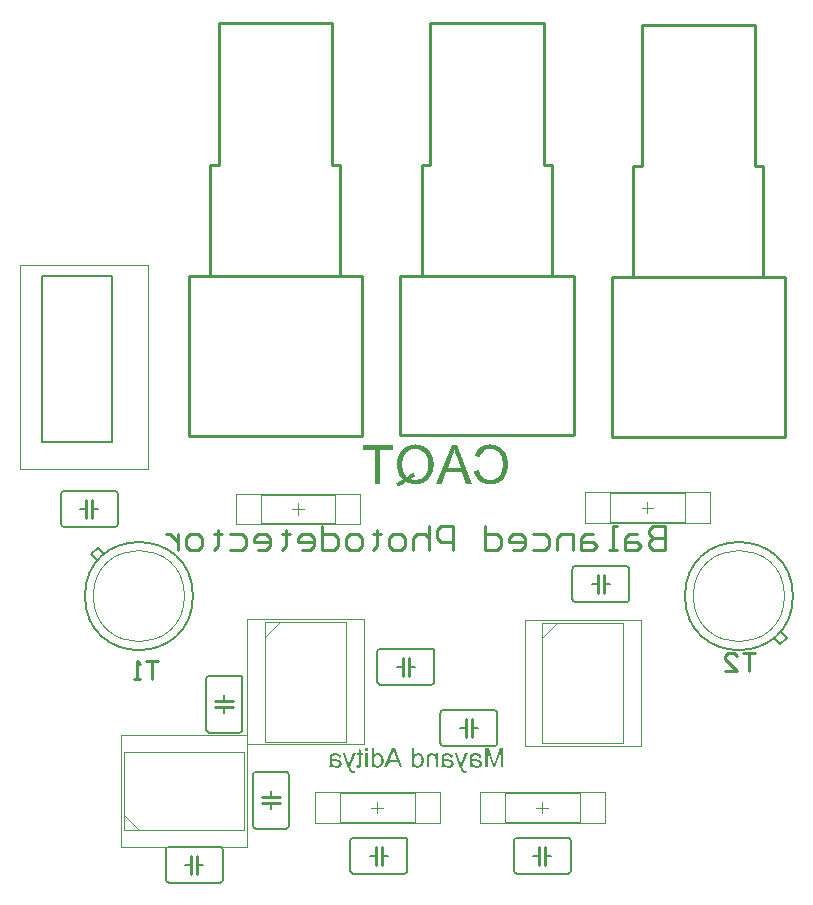
<source format=gbo>
G04*
G04 #@! TF.GenerationSoftware,Altium Limited,Altium Designer,21.2.2 (38)*
G04*
G04 Layer_Color=32896*
%FSLAX25Y25*%
%MOIN*%
G70*
G04*
G04 #@! TF.SameCoordinates,2C2DF465-67B0-4465-8F2B-43406C1D41F1*
G04*
G04*
G04 #@! TF.FilePolarity,Positive*
G04*
G01*
G75*
%ADD11C,0.00787*%
%ADD13C,0.01000*%
%ADD14C,0.00394*%
%ADD15C,0.00600*%
%ADD16C,0.00500*%
%ADD17C,0.00200*%
%ADD18C,0.00197*%
G36*
X195805Y86382D02*
X195018D01*
Y87279D01*
X195805D01*
Y86382D01*
D02*
G37*
G36*
X231879Y85614D02*
X232074Y85595D01*
X232259Y85567D01*
X232407Y85540D01*
X232536Y85512D01*
X232629Y85484D01*
X232666Y85475D01*
X232694Y85466D01*
X232703Y85457D01*
X232712D01*
X232869Y85392D01*
X233008Y85308D01*
X233128Y85234D01*
X233230Y85160D01*
X233304Y85087D01*
X233360Y85031D01*
X233397Y84994D01*
X233406Y84985D01*
X233489Y84864D01*
X233563Y84735D01*
X233618Y84605D01*
X233665Y84485D01*
X233702Y84365D01*
X233730Y84282D01*
X233739Y84245D01*
Y84217D01*
X233748Y84208D01*
Y84198D01*
X232980Y84097D01*
X232925Y84263D01*
X232869Y84411D01*
X232804Y84531D01*
X232749Y84624D01*
X232694Y84698D01*
X232647Y84744D01*
X232610Y84772D01*
X232601Y84781D01*
X232490Y84846D01*
X232361Y84892D01*
X232222Y84929D01*
X232092Y84948D01*
X231963Y84966D01*
X231870Y84975D01*
X231778D01*
X231565Y84966D01*
X231380Y84939D01*
X231232Y84892D01*
X231102Y84846D01*
X231010Y84790D01*
X230936Y84754D01*
X230890Y84716D01*
X230880Y84707D01*
X230806Y84624D01*
X230751Y84522D01*
X230705Y84411D01*
X230677Y84300D01*
X230659Y84198D01*
X230649Y84106D01*
Y84051D01*
Y84041D01*
Y84032D01*
Y84013D01*
Y83977D01*
Y83912D01*
X230659Y83856D01*
Y83838D01*
Y83829D01*
X230751Y83801D01*
X230853Y83773D01*
X231066Y83718D01*
X231306Y83671D01*
X231528Y83625D01*
X231639Y83606D01*
X231741Y83597D01*
X231833Y83579D01*
X231907Y83570D01*
X231972Y83560D01*
X232018D01*
X232055Y83551D01*
X232065D01*
X232231Y83533D01*
X232370Y83505D01*
X232490Y83486D01*
X232582Y83468D01*
X232657Y83459D01*
X232712Y83440D01*
X232749Y83431D01*
X232758D01*
X232878Y83394D01*
X232980Y83357D01*
X233082Y83311D01*
X233165Y83274D01*
X233239Y83236D01*
X233285Y83200D01*
X233323Y83181D01*
X233332Y83172D01*
X233424Y83107D01*
X233498Y83033D01*
X233572Y82959D01*
X233628Y82885D01*
X233674Y82820D01*
X233711Y82765D01*
X233730Y82728D01*
X233739Y82718D01*
X233785Y82617D01*
X233822Y82506D01*
X233850Y82404D01*
X233868Y82302D01*
X233877Y82219D01*
X233887Y82154D01*
Y82117D01*
Y82099D01*
X233877Y81988D01*
X233868Y81895D01*
X233822Y81701D01*
X233757Y81544D01*
X233683Y81405D01*
X233609Y81294D01*
X233544Y81211D01*
X233498Y81164D01*
X233480Y81146D01*
X233313Y81026D01*
X233128Y80933D01*
X232925Y80869D01*
X232740Y80822D01*
X232573Y80795D01*
X232499Y80785D01*
X232435D01*
X232379Y80776D01*
X232305D01*
X232138Y80785D01*
X231972Y80804D01*
X231824Y80822D01*
X231695Y80850D01*
X231593Y80878D01*
X231509Y80905D01*
X231454Y80915D01*
X231435Y80924D01*
X231278Y80989D01*
X231130Y81072D01*
X230992Y81164D01*
X230853Y81248D01*
X230742Y81331D01*
X230659Y81396D01*
X230603Y81442D01*
X230594Y81460D01*
X230585D01*
X230566Y81340D01*
X230547Y81229D01*
X230529Y81128D01*
X230501Y81044D01*
X230473Y80970D01*
X230455Y80924D01*
X230446Y80887D01*
X230436Y80878D01*
X229613D01*
X229660Y80980D01*
X229706Y81081D01*
X229743Y81174D01*
X229761Y81257D01*
X229789Y81331D01*
X229798Y81387D01*
X229807Y81423D01*
Y81433D01*
X229817Y81498D01*
X229826Y81581D01*
Y81673D01*
X229835Y81775D01*
X229844Y82006D01*
Y82237D01*
X229854Y82459D01*
Y82561D01*
Y82644D01*
Y82718D01*
Y82774D01*
Y82811D01*
Y82820D01*
Y83875D01*
Y84051D01*
X229863Y84208D01*
X229872Y84328D01*
Y84430D01*
X229882Y84504D01*
X229891Y84559D01*
X229900Y84587D01*
Y84596D01*
X229928Y84716D01*
X229965Y84818D01*
X230002Y84901D01*
X230048Y84985D01*
X230085Y85040D01*
X230113Y85087D01*
X230131Y85114D01*
X230140Y85123D01*
X230215Y85198D01*
X230298Y85272D01*
X230390Y85327D01*
X230483Y85382D01*
X230566Y85419D01*
X230631Y85447D01*
X230677Y85466D01*
X230696Y85475D01*
X230843Y85521D01*
X231001Y85558D01*
X231158Y85586D01*
X231315Y85605D01*
X231454Y85614D01*
X231556Y85623D01*
X231658D01*
X231879Y85614D01*
D02*
G37*
G36*
X222426D02*
X222620Y85595D01*
X222805Y85567D01*
X222953Y85540D01*
X223083Y85512D01*
X223175Y85484D01*
X223212Y85475D01*
X223240Y85466D01*
X223249Y85457D01*
X223258D01*
X223416Y85392D01*
X223554Y85308D01*
X223675Y85234D01*
X223777Y85160D01*
X223850Y85087D01*
X223906Y85031D01*
X223943Y84994D01*
X223952Y84985D01*
X224036Y84864D01*
X224110Y84735D01*
X224165Y84605D01*
X224211Y84485D01*
X224248Y84365D01*
X224276Y84282D01*
X224285Y84245D01*
Y84217D01*
X224294Y84208D01*
Y84198D01*
X223527Y84097D01*
X223471Y84263D01*
X223416Y84411D01*
X223351Y84531D01*
X223295Y84624D01*
X223240Y84698D01*
X223194Y84744D01*
X223157Y84772D01*
X223148Y84781D01*
X223037Y84846D01*
X222907Y84892D01*
X222768Y84929D01*
X222639Y84948D01*
X222509Y84966D01*
X222417Y84975D01*
X222324D01*
X222112Y84966D01*
X221926Y84939D01*
X221778Y84892D01*
X221649Y84846D01*
X221556Y84790D01*
X221482Y84754D01*
X221436Y84716D01*
X221427Y84707D01*
X221353Y84624D01*
X221298Y84522D01*
X221251Y84411D01*
X221223Y84300D01*
X221205Y84198D01*
X221196Y84106D01*
Y84051D01*
Y84041D01*
Y84032D01*
Y84013D01*
Y83977D01*
Y83912D01*
X221205Y83856D01*
Y83838D01*
Y83829D01*
X221298Y83801D01*
X221399Y83773D01*
X221612Y83718D01*
X221852Y83671D01*
X222075Y83625D01*
X222185Y83606D01*
X222287Y83597D01*
X222380Y83579D01*
X222454Y83570D01*
X222518Y83560D01*
X222565D01*
X222602Y83551D01*
X222611D01*
X222778Y83533D01*
X222916Y83505D01*
X223037Y83486D01*
X223129Y83468D01*
X223203Y83459D01*
X223258Y83440D01*
X223295Y83431D01*
X223305D01*
X223425Y83394D01*
X223527Y83357D01*
X223628Y83311D01*
X223712Y83274D01*
X223786Y83236D01*
X223832Y83200D01*
X223869Y83181D01*
X223878Y83172D01*
X223971Y83107D01*
X224045Y83033D01*
X224119Y82959D01*
X224174Y82885D01*
X224220Y82820D01*
X224257Y82765D01*
X224276Y82728D01*
X224285Y82718D01*
X224331Y82617D01*
X224369Y82506D01*
X224396Y82404D01*
X224415Y82302D01*
X224424Y82219D01*
X224433Y82154D01*
Y82117D01*
Y82099D01*
X224424Y81988D01*
X224415Y81895D01*
X224369Y81701D01*
X224304Y81544D01*
X224230Y81405D01*
X224156Y81294D01*
X224091Y81211D01*
X224045Y81164D01*
X224026Y81146D01*
X223860Y81026D01*
X223675Y80933D01*
X223471Y80869D01*
X223286Y80822D01*
X223120Y80795D01*
X223046Y80785D01*
X222981D01*
X222925Y80776D01*
X222851D01*
X222685Y80785D01*
X222518Y80804D01*
X222371Y80822D01*
X222241Y80850D01*
X222139Y80878D01*
X222056Y80905D01*
X222001Y80915D01*
X221982Y80924D01*
X221825Y80989D01*
X221677Y81072D01*
X221538Y81164D01*
X221399Y81248D01*
X221288Y81331D01*
X221205Y81396D01*
X221149Y81442D01*
X221140Y81460D01*
X221131D01*
X221112Y81340D01*
X221094Y81229D01*
X221076Y81128D01*
X221048Y81044D01*
X221020Y80970D01*
X221002Y80924D01*
X220992Y80887D01*
X220983Y80878D01*
X220160D01*
X220206Y80980D01*
X220252Y81081D01*
X220289Y81174D01*
X220308Y81257D01*
X220336Y81331D01*
X220345Y81387D01*
X220354Y81423D01*
Y81433D01*
X220363Y81498D01*
X220373Y81581D01*
Y81673D01*
X220382Y81775D01*
X220391Y82006D01*
Y82237D01*
X220400Y82459D01*
Y82561D01*
Y82644D01*
Y82718D01*
Y82774D01*
Y82811D01*
Y82820D01*
Y83875D01*
Y84051D01*
X220409Y84208D01*
X220419Y84328D01*
Y84430D01*
X220428Y84504D01*
X220437Y84559D01*
X220446Y84587D01*
Y84596D01*
X220474Y84716D01*
X220511Y84818D01*
X220548Y84901D01*
X220595Y84985D01*
X220632Y85040D01*
X220659Y85087D01*
X220678Y85114D01*
X220687Y85123D01*
X220761Y85198D01*
X220844Y85272D01*
X220937Y85327D01*
X221029Y85382D01*
X221112Y85419D01*
X221177Y85447D01*
X221223Y85466D01*
X221242Y85475D01*
X221390Y85521D01*
X221547Y85558D01*
X221705Y85586D01*
X221862Y85605D01*
X222001Y85614D01*
X222102Y85623D01*
X222204D01*
X222426Y85614D01*
D02*
G37*
G36*
X185111Y85614D02*
X185306Y85595D01*
X185491Y85567D01*
X185639Y85540D01*
X185768Y85512D01*
X185861Y85484D01*
X185898Y85475D01*
X185925Y85466D01*
X185935Y85457D01*
X185944D01*
X186101Y85392D01*
X186240Y85308D01*
X186360Y85234D01*
X186462Y85160D01*
X186536Y85087D01*
X186591Y85031D01*
X186628Y84994D01*
X186638Y84985D01*
X186721Y84864D01*
X186795Y84735D01*
X186851Y84605D01*
X186897Y84485D01*
X186934Y84365D01*
X186961Y84282D01*
X186971Y84245D01*
Y84217D01*
X186980Y84208D01*
Y84198D01*
X186212Y84097D01*
X186157Y84263D01*
X186101Y84411D01*
X186037Y84531D01*
X185981Y84624D01*
X185925Y84698D01*
X185879Y84744D01*
X185842Y84772D01*
X185833Y84781D01*
X185722Y84846D01*
X185592Y84892D01*
X185454Y84929D01*
X185324Y84948D01*
X185195Y84966D01*
X185102Y84975D01*
X185010D01*
X184797Y84966D01*
X184612Y84939D01*
X184464Y84892D01*
X184335Y84846D01*
X184242Y84790D01*
X184168Y84754D01*
X184122Y84716D01*
X184113Y84707D01*
X184038Y84624D01*
X183983Y84522D01*
X183937Y84411D01*
X183909Y84300D01*
X183890Y84198D01*
X183881Y84106D01*
Y84051D01*
Y84041D01*
Y84032D01*
Y84013D01*
Y83977D01*
Y83912D01*
X183890Y83856D01*
Y83838D01*
Y83829D01*
X183983Y83801D01*
X184085Y83773D01*
X184298Y83718D01*
X184538Y83671D01*
X184760Y83625D01*
X184871Y83606D01*
X184973Y83597D01*
X185065Y83579D01*
X185139Y83570D01*
X185204Y83560D01*
X185250D01*
X185287Y83551D01*
X185296D01*
X185463Y83533D01*
X185602Y83505D01*
X185722Y83486D01*
X185814Y83468D01*
X185889Y83459D01*
X185944Y83440D01*
X185981Y83431D01*
X185990D01*
X186110Y83394D01*
X186212Y83357D01*
X186314Y83311D01*
X186397Y83274D01*
X186471Y83236D01*
X186518Y83200D01*
X186555Y83181D01*
X186564Y83172D01*
X186656Y83107D01*
X186730Y83033D01*
X186804Y82959D01*
X186860Y82885D01*
X186906Y82820D01*
X186943Y82765D01*
X186961Y82728D01*
X186971Y82718D01*
X187017Y82617D01*
X187054Y82506D01*
X187082Y82404D01*
X187100Y82302D01*
X187109Y82219D01*
X187119Y82154D01*
Y82117D01*
Y82099D01*
X187109Y81988D01*
X187100Y81895D01*
X187054Y81701D01*
X186989Y81544D01*
X186915Y81405D01*
X186841Y81294D01*
X186776Y81211D01*
X186730Y81164D01*
X186712Y81146D01*
X186545Y81026D01*
X186360Y80933D01*
X186157Y80869D01*
X185972Y80822D01*
X185805Y80795D01*
X185731Y80785D01*
X185667D01*
X185611Y80776D01*
X185537D01*
X185371Y80785D01*
X185204Y80804D01*
X185056Y80822D01*
X184926Y80850D01*
X184825Y80878D01*
X184741Y80905D01*
X184686Y80915D01*
X184668Y80924D01*
X184510Y80989D01*
X184362Y81072D01*
X184223Y81164D01*
X184085Y81248D01*
X183974Y81331D01*
X183890Y81396D01*
X183835Y81442D01*
X183826Y81460D01*
X183817D01*
X183798Y81340D01*
X183780Y81229D01*
X183761Y81128D01*
X183733Y81044D01*
X183705Y80970D01*
X183687Y80924D01*
X183678Y80887D01*
X183668Y80878D01*
X182845D01*
X182891Y80980D01*
X182938Y81081D01*
X182975Y81174D01*
X182993Y81257D01*
X183021Y81331D01*
X183030Y81387D01*
X183039Y81423D01*
Y81433D01*
X183049Y81498D01*
X183058Y81581D01*
Y81673D01*
X183067Y81775D01*
X183077Y82006D01*
Y82237D01*
X183086Y82459D01*
Y82561D01*
Y82644D01*
Y82718D01*
Y82774D01*
Y82811D01*
Y82820D01*
Y83875D01*
Y84051D01*
X183095Y84208D01*
X183104Y84328D01*
Y84430D01*
X183114Y84504D01*
X183123Y84559D01*
X183132Y84587D01*
Y84596D01*
X183160Y84716D01*
X183197Y84818D01*
X183234Y84901D01*
X183280Y84985D01*
X183317Y85040D01*
X183345Y85087D01*
X183363Y85114D01*
X183372Y85123D01*
X183447Y85198D01*
X183530Y85272D01*
X183622Y85327D01*
X183715Y85382D01*
X183798Y85419D01*
X183863Y85447D01*
X183909Y85466D01*
X183928Y85475D01*
X184075Y85521D01*
X184233Y85558D01*
X184390Y85586D01*
X184547Y85605D01*
X184686Y85614D01*
X184788Y85623D01*
X184889D01*
X185111Y85614D01*
D02*
G37*
G36*
X241000Y80878D02*
X240186D01*
Y86326D01*
X238336Y80878D01*
X237578D01*
X235709Y86234D01*
Y80878D01*
X234895D01*
Y87279D01*
X236033D01*
X237568Y82820D01*
X237651Y82580D01*
X237716Y82376D01*
X237781Y82200D01*
X237827Y82052D01*
X237864Y81941D01*
X237892Y81858D01*
X237901Y81812D01*
X237911Y81793D01*
X237948Y81923D01*
X237994Y82071D01*
X238049Y82228D01*
X238095Y82385D01*
X238142Y82524D01*
X238179Y82635D01*
X238197Y82682D01*
X238207Y82709D01*
X238216Y82728D01*
Y82737D01*
X239733Y87279D01*
X241000D01*
Y80878D01*
D02*
G37*
G36*
X227338D02*
X227375Y80795D01*
X227393Y80730D01*
X227412Y80693D01*
Y80683D01*
X227467Y80526D01*
X227523Y80397D01*
X227560Y80286D01*
X227597Y80212D01*
X227615Y80156D01*
X227634Y80119D01*
X227652Y80101D01*
Y80092D01*
X227726Y79990D01*
X227810Y79916D01*
X227847Y79888D01*
X227874Y79870D01*
X227893Y79851D01*
X227902D01*
X227967Y79823D01*
X228031Y79795D01*
X228170Y79768D01*
X228226D01*
X228272Y79759D01*
X228318D01*
X228466Y79768D01*
X228614Y79795D01*
X228670Y79814D01*
X228716Y79823D01*
X228753Y79833D01*
X228762D01*
X228679Y79102D01*
X228577Y79065D01*
X228485Y79046D01*
X228401Y79028D01*
X228327Y79009D01*
X228263D01*
X228217Y79000D01*
X228180D01*
X228041Y79009D01*
X227921Y79028D01*
X227810Y79056D01*
X227717Y79093D01*
X227634Y79129D01*
X227578Y79157D01*
X227541Y79176D01*
X227532Y79185D01*
X227430Y79259D01*
X227347Y79352D01*
X227264Y79444D01*
X227190Y79536D01*
X227134Y79620D01*
X227088Y79685D01*
X227060Y79731D01*
X227051Y79749D01*
X227023Y79814D01*
X226986Y79879D01*
X226912Y80036D01*
X226838Y80212D01*
X226774Y80388D01*
X226709Y80545D01*
X226681Y80619D01*
X226653Y80683D01*
X226635Y80730D01*
X226616Y80767D01*
X226607Y80795D01*
Y80804D01*
X224840Y85521D01*
X225626D01*
X226625Y82811D01*
X226699Y82617D01*
X226755Y82432D01*
X226820Y82247D01*
X226866Y82090D01*
X226903Y81951D01*
X226922Y81895D01*
X226931Y81849D01*
X226940Y81812D01*
X226949Y81784D01*
X226958Y81766D01*
Y81757D01*
X227014Y81969D01*
X227069Y82164D01*
X227125Y82349D01*
X227181Y82506D01*
X227227Y82635D01*
X227245Y82691D01*
X227264Y82737D01*
X227273Y82783D01*
X227282Y82811D01*
X227291Y82820D01*
Y82829D01*
X228263Y85521D01*
X229095D01*
X227338Y80878D01*
D02*
G37*
G36*
X190023Y80878D02*
X190060Y80795D01*
X190079Y80730D01*
X190097Y80693D01*
Y80683D01*
X190153Y80526D01*
X190208Y80397D01*
X190245Y80286D01*
X190282Y80212D01*
X190301Y80156D01*
X190319Y80119D01*
X190338Y80101D01*
Y80092D01*
X190412Y79990D01*
X190495Y79916D01*
X190532Y79888D01*
X190560Y79870D01*
X190578Y79851D01*
X190587D01*
X190652Y79823D01*
X190717Y79795D01*
X190856Y79768D01*
X190911D01*
X190957Y79759D01*
X191004D01*
X191152Y79768D01*
X191300Y79795D01*
X191355Y79814D01*
X191402Y79823D01*
X191438Y79833D01*
X191448D01*
X191365Y79102D01*
X191263Y79065D01*
X191170Y79046D01*
X191087Y79028D01*
X191013Y79009D01*
X190948D01*
X190902Y79000D01*
X190865D01*
X190726Y79009D01*
X190606Y79028D01*
X190495Y79056D01*
X190402Y79093D01*
X190319Y79129D01*
X190264Y79157D01*
X190227Y79176D01*
X190217Y79185D01*
X190116Y79259D01*
X190032Y79352D01*
X189949Y79444D01*
X189875Y79536D01*
X189820Y79620D01*
X189773Y79685D01*
X189746Y79731D01*
X189736Y79749D01*
X189709Y79814D01*
X189672Y79879D01*
X189598Y80036D01*
X189524Y80212D01*
X189459Y80388D01*
X189394Y80545D01*
X189366Y80619D01*
X189339Y80683D01*
X189320Y80730D01*
X189302Y80767D01*
X189293Y80795D01*
Y80804D01*
X187526Y85521D01*
X188312D01*
X189311Y82811D01*
X189385Y82617D01*
X189441Y82432D01*
X189505Y82247D01*
X189551Y82090D01*
X189588Y81951D01*
X189607Y81895D01*
X189616Y81849D01*
X189626Y81812D01*
X189635Y81784D01*
X189644Y81766D01*
Y81757D01*
X189699Y81969D01*
X189755Y82164D01*
X189811Y82349D01*
X189866Y82506D01*
X189912Y82635D01*
X189931Y82691D01*
X189949Y82737D01*
X189959Y82783D01*
X189968Y82811D01*
X189977Y82820D01*
Y82829D01*
X190948Y85521D01*
X191781D01*
X190023Y80878D01*
D02*
G37*
G36*
X193686Y86668D02*
Y85521D01*
X194269D01*
Y84911D01*
X193686D01*
Y82228D01*
Y82099D01*
Y81988D01*
X193677Y81886D01*
X193668Y81784D01*
Y81701D01*
X193658Y81627D01*
X193640Y81507D01*
X193622Y81414D01*
X193612Y81349D01*
X193594Y81313D01*
Y81303D01*
X193557Y81220D01*
X193501Y81155D01*
X193446Y81090D01*
X193400Y81044D01*
X193344Y80998D01*
X193307Y80970D01*
X193279Y80952D01*
X193270Y80942D01*
X193168Y80896D01*
X193067Y80869D01*
X192956Y80841D01*
X192844Y80831D01*
X192752Y80822D01*
X192678Y80813D01*
X192604D01*
X192401Y80822D01*
X192299Y80831D01*
X192206Y80850D01*
X192123Y80859D01*
X192058Y80869D01*
X192021Y80878D01*
X192003D01*
X192104Y81572D01*
X192178Y81562D01*
X192253Y81553D01*
X192317D01*
X192364Y81544D01*
X192456D01*
X192576Y81553D01*
X192659Y81572D01*
X192706Y81590D01*
X192724Y81599D01*
X192789Y81646D01*
X192826Y81692D01*
X192854Y81729D01*
X192863Y81747D01*
X192872Y81793D01*
X192882Y81858D01*
X192891Y82006D01*
X192900Y82071D01*
Y82126D01*
Y82164D01*
Y82182D01*
Y84911D01*
X192104D01*
Y85521D01*
X192900D01*
Y87140D01*
X193686Y86668D01*
D02*
G37*
G36*
X217191Y85614D02*
X217357Y85586D01*
X217505Y85549D01*
X217653Y85503D01*
X217782Y85447D01*
X217903Y85382D01*
X218014Y85308D01*
X218106Y85244D01*
X218199Y85170D01*
X218273Y85096D01*
X218337Y85031D01*
X218393Y84975D01*
X218430Y84929D01*
X218458Y84892D01*
X218476Y84864D01*
X218485Y84855D01*
Y85521D01*
X219188D01*
Y80878D01*
X218402D01*
Y83403D01*
Y83560D01*
X218384Y83718D01*
X218365Y83847D01*
X218347Y83967D01*
X218319Y84078D01*
X218291Y84180D01*
X218254Y84272D01*
X218217Y84346D01*
X218190Y84411D01*
X218152Y84467D01*
X218125Y84513D01*
X218097Y84550D01*
X218060Y84596D01*
X218041Y84615D01*
X217903Y84726D01*
X217755Y84800D01*
X217607Y84855D01*
X217477Y84901D01*
X217357Y84920D01*
X217265Y84929D01*
X217228Y84939D01*
X217181D01*
X217070Y84929D01*
X216959Y84920D01*
X216867Y84892D01*
X216793Y84864D01*
X216728Y84837D01*
X216672Y84818D01*
X216645Y84800D01*
X216635Y84790D01*
X216552Y84735D01*
X216478Y84670D01*
X216423Y84605D01*
X216376Y84550D01*
X216349Y84495D01*
X216321Y84448D01*
X216302Y84421D01*
Y84411D01*
X216275Y84310D01*
X216247Y84198D01*
X216229Y84078D01*
X216219Y83958D01*
X216210Y83856D01*
Y83773D01*
Y83708D01*
Y83699D01*
Y83690D01*
Y80878D01*
X215424D01*
Y83727D01*
Y83921D01*
X215433Y84078D01*
X215442Y84208D01*
Y84319D01*
X215452Y84393D01*
X215461Y84448D01*
X215470Y84485D01*
Y84495D01*
X215498Y84615D01*
X215544Y84726D01*
X215581Y84818D01*
X215618Y84911D01*
X215664Y84975D01*
X215692Y85022D01*
X215710Y85059D01*
X215720Y85068D01*
X215794Y85160D01*
X215877Y85234D01*
X215960Y85308D01*
X216053Y85364D01*
X216127Y85410D01*
X216192Y85438D01*
X216229Y85457D01*
X216247Y85466D01*
X216376Y85521D01*
X216515Y85558D01*
X216645Y85586D01*
X216765Y85605D01*
X216867Y85614D01*
X216941Y85623D01*
X217015D01*
X217191Y85614D01*
D02*
G37*
G36*
X207348Y80878D02*
X206451D01*
X205757Y82820D01*
X203075D01*
X202326Y80878D01*
X201364D01*
X203981Y87279D01*
X204907D01*
X207348Y80878D01*
D02*
G37*
G36*
X195805D02*
X195018D01*
Y85521D01*
X195805D01*
Y80878D01*
D02*
G37*
G36*
X211270Y84985D02*
X211354Y85087D01*
X211446Y85170D01*
X211529Y85253D01*
X211622Y85318D01*
X211696Y85364D01*
X211752Y85410D01*
X211789Y85429D01*
X211807Y85438D01*
X211927Y85503D01*
X212057Y85549D01*
X212186Y85577D01*
X212306Y85605D01*
X212408Y85614D01*
X212482Y85623D01*
X212556D01*
X212760Y85614D01*
X212954Y85577D01*
X213130Y85531D01*
X213278Y85475D01*
X213407Y85410D01*
X213500Y85364D01*
X213537Y85346D01*
X213564Y85327D01*
X213574Y85318D01*
X213583D01*
X213750Y85198D01*
X213888Y85049D01*
X214008Y84911D01*
X214101Y84772D01*
X214175Y84642D01*
X214230Y84541D01*
X214249Y84504D01*
X214267Y84476D01*
X214277Y84457D01*
Y84448D01*
X214351Y84236D01*
X214406Y84013D01*
X214453Y83801D01*
X214480Y83606D01*
X214499Y83440D01*
Y83366D01*
X214508Y83311D01*
Y83255D01*
Y83218D01*
Y83200D01*
Y83190D01*
X214499Y82931D01*
X214471Y82691D01*
X214425Y82478D01*
X214378Y82293D01*
X214360Y82210D01*
X214341Y82145D01*
X214314Y82080D01*
X214295Y82025D01*
X214277Y81988D01*
X214267Y81960D01*
X214258Y81941D01*
Y81932D01*
X214157Y81738D01*
X214036Y81572D01*
X213916Y81423D01*
X213796Y81303D01*
X213694Y81211D01*
X213611Y81137D01*
X213555Y81100D01*
X213546Y81081D01*
X213537D01*
X213361Y80980D01*
X213185Y80905D01*
X213010Y80850D01*
X212852Y80813D01*
X212723Y80795D01*
X212612Y80785D01*
X212575Y80776D01*
X212519D01*
X212362Y80785D01*
X212214Y80804D01*
X212075Y80841D01*
X211955Y80887D01*
X211835Y80933D01*
X211724Y80989D01*
X211631Y81054D01*
X211548Y81118D01*
X211465Y81183D01*
X211400Y81248D01*
X211345Y81303D01*
X211298Y81349D01*
X211261Y81396D01*
X211233Y81433D01*
X211224Y81451D01*
X211215Y81460D01*
Y80878D01*
X210484D01*
Y87279D01*
X211270D01*
Y84985D01*
D02*
G37*
G36*
X197839D02*
X197923Y85087D01*
X198015Y85170D01*
X198099Y85253D01*
X198191Y85318D01*
X198265Y85364D01*
X198320Y85410D01*
X198357Y85429D01*
X198376Y85438D01*
X198496Y85503D01*
X198626Y85549D01*
X198755Y85577D01*
X198875Y85605D01*
X198977Y85614D01*
X199051Y85623D01*
X199125D01*
X199329Y85614D01*
X199523Y85577D01*
X199699Y85531D01*
X199847Y85475D01*
X199976Y85410D01*
X200069Y85364D01*
X200106Y85346D01*
X200133Y85327D01*
X200143Y85318D01*
X200152D01*
X200319Y85198D01*
X200457Y85049D01*
X200577Y84911D01*
X200670Y84772D01*
X200744Y84642D01*
X200799Y84541D01*
X200818Y84504D01*
X200836Y84476D01*
X200846Y84457D01*
Y84448D01*
X200920Y84236D01*
X200975Y84013D01*
X201022Y83801D01*
X201049Y83606D01*
X201068Y83440D01*
Y83366D01*
X201077Y83311D01*
Y83255D01*
Y83218D01*
Y83200D01*
Y83190D01*
X201068Y82931D01*
X201040Y82691D01*
X200994Y82478D01*
X200947Y82293D01*
X200929Y82210D01*
X200910Y82145D01*
X200883Y82080D01*
X200864Y82025D01*
X200846Y81988D01*
X200836Y81960D01*
X200827Y81941D01*
Y81932D01*
X200726Y81738D01*
X200605Y81572D01*
X200485Y81423D01*
X200365Y81303D01*
X200263Y81211D01*
X200180Y81137D01*
X200124Y81100D01*
X200115Y81081D01*
X200106D01*
X199930Y80980D01*
X199754Y80905D01*
X199578Y80850D01*
X199421Y80813D01*
X199292Y80795D01*
X199181Y80785D01*
X199144Y80776D01*
X199088D01*
X198931Y80785D01*
X198783Y80804D01*
X198644Y80841D01*
X198524Y80887D01*
X198404Y80933D01*
X198293Y80989D01*
X198200Y81054D01*
X198117Y81118D01*
X198034Y81183D01*
X197969Y81248D01*
X197914Y81303D01*
X197867Y81349D01*
X197830Y81396D01*
X197802Y81433D01*
X197793Y81451D01*
X197784Y81460D01*
Y80878D01*
X197053D01*
Y87279D01*
X197839D01*
Y84985D01*
D02*
G37*
G36*
X237077Y188494D02*
X237669Y188401D01*
X238187Y188290D01*
X238428Y188216D01*
X238650Y188142D01*
X238854Y188068D01*
X239039Y187994D01*
X239187Y187938D01*
X239335Y187883D01*
X239427Y187827D01*
X239501Y187790D01*
X239557Y187772D01*
X239575Y187753D01*
X240075Y187438D01*
X240501Y187068D01*
X240871Y186698D01*
X241186Y186328D01*
X241426Y185995D01*
X241519Y185847D01*
X241593Y185717D01*
X241667Y185625D01*
X241704Y185550D01*
X241723Y185495D01*
X241741Y185476D01*
X242000Y184903D01*
X242185Y184310D01*
X242315Y183718D01*
X242407Y183181D01*
X242444Y182941D01*
X242463Y182700D01*
X242481Y182515D01*
Y182330D01*
X242500Y182200D01*
Y182089D01*
Y182015D01*
Y181997D01*
X242463Y181330D01*
X242389Y180682D01*
X242296Y180108D01*
X242222Y179831D01*
X242167Y179590D01*
X242111Y179368D01*
X242037Y179165D01*
X241982Y178979D01*
X241945Y178831D01*
X241889Y178720D01*
X241871Y178628D01*
X241834Y178572D01*
Y178554D01*
X241556Y177998D01*
X241241Y177499D01*
X240908Y177073D01*
X240742Y176906D01*
X240594Y176740D01*
X240445Y176592D01*
X240297Y176462D01*
X240168Y176351D01*
X240057Y176277D01*
X239983Y176203D01*
X239909Y176147D01*
X239872Y176129D01*
X239853Y176110D01*
X239594Y175962D01*
X239335Y175833D01*
X238779Y175629D01*
X238224Y175481D01*
X237687Y175389D01*
X237428Y175352D01*
X237206Y175314D01*
X237002Y175296D01*
X236836D01*
X236688Y175277D01*
X236484D01*
X236114Y175296D01*
X235762Y175333D01*
X235429Y175370D01*
X235115Y175444D01*
X234818Y175537D01*
X234541Y175629D01*
X234282Y175722D01*
X234041Y175833D01*
X233837Y175925D01*
X233634Y176018D01*
X233486Y176110D01*
X233338Y176203D01*
X233245Y176277D01*
X233152Y176314D01*
X233115Y176351D01*
X233097Y176370D01*
X232838Y176592D01*
X232616Y176814D01*
X232412Y177073D01*
X232208Y177332D01*
X231875Y177850D01*
X231616Y178369D01*
X231505Y178609D01*
X231413Y178831D01*
X231339Y179035D01*
X231283Y179201D01*
X231227Y179350D01*
X231190Y179461D01*
X231172Y179535D01*
Y179553D01*
X232875Y179979D01*
X232949Y179683D01*
X233041Y179405D01*
X233134Y179146D01*
X233226Y178905D01*
X233338Y178683D01*
X233449Y178498D01*
X233578Y178313D01*
X233689Y178147D01*
X233782Y177998D01*
X233893Y177887D01*
X233985Y177776D01*
X234059Y177684D01*
X234134Y177628D01*
X234189Y177573D01*
X234208Y177554D01*
X234226Y177536D01*
X234411Y177388D01*
X234615Y177277D01*
X235022Y177073D01*
X235411Y176925D01*
X235799Y176832D01*
X236133Y176758D01*
X236262Y176740D01*
X236392D01*
X236503Y176721D01*
X236632D01*
X237058Y176740D01*
X237465Y176814D01*
X237836Y176906D01*
X238169Y177017D01*
X238428Y177128D01*
X238539Y177184D01*
X238631Y177221D01*
X238705Y177258D01*
X238761Y177295D01*
X238798Y177313D01*
X238816D01*
X239168Y177573D01*
X239464Y177850D01*
X239723Y178165D01*
X239927Y178461D01*
X240094Y178720D01*
X240205Y178942D01*
X240242Y179035D01*
X240279Y179090D01*
X240297Y179128D01*
Y179146D01*
X240445Y179627D01*
X240556Y180108D01*
X240649Y180590D01*
X240704Y181034D01*
X240723Y181238D01*
X240742Y181423D01*
Y181589D01*
X240760Y181719D01*
Y181830D01*
Y181922D01*
Y181978D01*
Y181997D01*
X240742Y182478D01*
X240704Y182922D01*
X240631Y183329D01*
X240556Y183700D01*
X240501Y184014D01*
X240464Y184144D01*
X240427Y184255D01*
X240408Y184347D01*
X240390Y184403D01*
X240371Y184440D01*
Y184458D01*
X240186Y184884D01*
X239983Y185273D01*
X239760Y185588D01*
X239520Y185865D01*
X239316Y186087D01*
X239150Y186235D01*
X239020Y186328D01*
X239002Y186365D01*
X238983D01*
X238594Y186606D01*
X238169Y186791D01*
X237761Y186920D01*
X237373Y186994D01*
X237021Y187050D01*
X236873Y187068D01*
X236743D01*
X236651Y187087D01*
X236503D01*
X236040Y187068D01*
X235614Y186994D01*
X235263Y186883D01*
X234948Y186772D01*
X234707Y186643D01*
X234522Y186550D01*
X234411Y186476D01*
X234374Y186439D01*
X234078Y186161D01*
X233800Y185847D01*
X233578Y185513D01*
X233393Y185180D01*
X233245Y184884D01*
X233190Y184736D01*
X233152Y184625D01*
X233115Y184532D01*
X233078Y184458D01*
X233060Y184421D01*
Y184403D01*
X231394Y184792D01*
X231505Y185125D01*
X231616Y185421D01*
X231764Y185699D01*
X231894Y185976D01*
X232042Y186217D01*
X232208Y186439D01*
X232357Y186661D01*
X232505Y186846D01*
X232653Y186994D01*
X232782Y187142D01*
X232912Y187272D01*
X233004Y187364D01*
X233097Y187457D01*
X233171Y187513D01*
X233208Y187531D01*
X233226Y187549D01*
X233486Y187716D01*
X233745Y187883D01*
X234004Y188012D01*
X234282Y188123D01*
X234837Y188290D01*
X235337Y188401D01*
X235577Y188456D01*
X235781Y188475D01*
X235984Y188494D01*
X236151Y188512D01*
X236281Y188531D01*
X236466D01*
X237077Y188494D01*
D02*
G37*
G36*
X230487Y175499D02*
X228692D01*
X227303Y179387D01*
X221935D01*
X220436Y175499D01*
X218511D01*
X223749Y188309D01*
X225600D01*
X230487Y175499D01*
D02*
G37*
G36*
X204184Y186791D02*
X199964D01*
Y175499D01*
X198261D01*
Y186791D01*
X194041D01*
Y188308D01*
X204184D01*
Y186791D01*
D02*
G37*
G36*
X212273Y188494D02*
X212865Y188401D01*
X213402Y188271D01*
X213643Y188197D01*
X213883Y188123D01*
X214087Y188049D01*
X214272Y187975D01*
X214420Y187901D01*
X214550Y187846D01*
X214661Y187790D01*
X214735Y187753D01*
X214791Y187735D01*
X214809Y187716D01*
X215309Y187383D01*
X215735Y186994D01*
X216123Y186606D01*
X216419Y186235D01*
X216679Y185884D01*
X216771Y185736D01*
X216845Y185606D01*
X216919Y185495D01*
X216956Y185421D01*
X216975Y185365D01*
X216993Y185347D01*
X217252Y184755D01*
X217438Y184144D01*
X217567Y183570D01*
X217660Y183033D01*
X217697Y182792D01*
X217715Y182570D01*
X217734Y182367D01*
Y182200D01*
X217752Y182071D01*
Y181978D01*
Y181904D01*
Y181886D01*
X217715Y181201D01*
X217641Y180553D01*
X217567Y180238D01*
X217512Y179960D01*
X217438Y179701D01*
X217363Y179461D01*
X217308Y179239D01*
X217234Y179035D01*
X217160Y178868D01*
X217104Y178720D01*
X217067Y178609D01*
X217030Y178535D01*
X216993Y178480D01*
Y178461D01*
X216679Y177924D01*
X216327Y177462D01*
X215975Y177054D01*
X215623Y176721D01*
X215309Y176462D01*
X215179Y176351D01*
X215050Y176258D01*
X214957Y176203D01*
X214883Y176147D01*
X214846Y176129D01*
X214828Y176110D01*
X214550Y175962D01*
X214291Y175833D01*
X213736Y175629D01*
X213199Y175481D01*
X212717Y175389D01*
X212495Y175351D01*
X212292Y175314D01*
X212107Y175296D01*
X211959D01*
X211829Y175277D01*
X211662D01*
X211348Y175296D01*
X211033Y175314D01*
X210441Y175407D01*
X209904Y175537D01*
X209663Y175611D01*
X209441Y175685D01*
X209238Y175759D01*
X209052Y175814D01*
X208904Y175888D01*
X208756Y175944D01*
X208664Y175999D01*
X208571Y176036D01*
X208534Y176073D01*
X208516D01*
X207997Y175703D01*
X207498Y175370D01*
X207035Y175111D01*
X206628Y174889D01*
X206442Y174796D01*
X206276Y174722D01*
X206128Y174648D01*
X205998Y174592D01*
X205887Y174556D01*
X205813Y174519D01*
X205776Y174500D01*
X205758D01*
X205258Y175666D01*
X205628Y175833D01*
X206017Y175999D01*
X206387Y176203D01*
X206720Y176407D01*
X206998Y176573D01*
X207127Y176647D01*
X207220Y176721D01*
X207312Y176777D01*
X207368Y176814D01*
X207405Y176851D01*
X207423D01*
X207090Y177221D01*
X206794Y177591D01*
X206535Y177961D01*
X206331Y178313D01*
X206183Y178609D01*
X206128Y178739D01*
X206072Y178850D01*
X206035Y178924D01*
X205998Y178998D01*
X205980Y179035D01*
Y179053D01*
X205813Y179535D01*
X205702Y180034D01*
X205610Y180516D01*
X205554Y180960D01*
X205536Y181145D01*
X205517Y181330D01*
Y181497D01*
X205499Y181645D01*
Y181756D01*
Y181830D01*
Y181886D01*
Y181904D01*
X205536Y182589D01*
X205610Y183237D01*
X205665Y183533D01*
X205739Y183810D01*
X205813Y184070D01*
X205869Y184310D01*
X205943Y184532D01*
X206017Y184736D01*
X206072Y184903D01*
X206146Y185051D01*
X206183Y185162D01*
X206220Y185236D01*
X206257Y185291D01*
Y185310D01*
X206554Y185847D01*
X206905Y186328D01*
X207276Y186735D01*
X207609Y187068D01*
X207923Y187327D01*
X208071Y187438D01*
X208183Y187531D01*
X208294Y187587D01*
X208368Y187642D01*
X208405Y187661D01*
X208423Y187679D01*
X208701Y187827D01*
X208978Y187957D01*
X209515Y188179D01*
X210070Y188327D01*
X210552Y188419D01*
X210774Y188456D01*
X210996Y188494D01*
X211163Y188512D01*
X211329D01*
X211459Y188531D01*
X211959D01*
X212273Y188494D01*
D02*
G37*
%LPC*%
G36*
X230659Y83209D02*
X230649D01*
X230659Y82913D01*
X230668Y82728D01*
X230677Y82570D01*
X230696Y82441D01*
X230723Y82330D01*
X230751Y82247D01*
X230769Y82182D01*
X230779Y82145D01*
X230788Y82136D01*
X230862Y82016D01*
X230936Y81905D01*
X231029Y81812D01*
X231112Y81738D01*
X231186Y81673D01*
X231251Y81627D01*
X231288Y81599D01*
X231306Y81590D01*
X231445Y81525D01*
X231583Y81479D01*
X231713Y81442D01*
X231842Y81423D01*
X231944Y81405D01*
X232037Y81396D01*
X232111D01*
X232277Y81405D01*
X232416Y81423D01*
X232536Y81460D01*
X232638Y81498D01*
X232712Y81534D01*
X232768Y81572D01*
X232804Y81590D01*
X232814Y81599D01*
X232888Y81682D01*
X232943Y81775D01*
X232990Y81858D01*
X233017Y81941D01*
X233036Y82016D01*
X233045Y82071D01*
Y82117D01*
Y82126D01*
X233036Y82200D01*
X233027Y82275D01*
X233008Y82330D01*
X232990Y82385D01*
X232971Y82432D01*
X232962Y82469D01*
X232943Y82487D01*
Y82497D01*
X232851Y82608D01*
X232740Y82682D01*
X232703Y82709D01*
X232666Y82728D01*
X232638Y82746D01*
X232629D01*
X232536Y82783D01*
X232435Y82811D01*
X232324Y82839D01*
X232212Y82857D01*
X232111Y82876D01*
X232018Y82894D01*
X231963Y82903D01*
X231944D01*
X231787Y82931D01*
X231639Y82950D01*
X231509Y82977D01*
X231380Y83005D01*
X231260Y83033D01*
X231158Y83061D01*
X231056Y83079D01*
X230973Y83107D01*
X230899Y83126D01*
X230834Y83144D01*
X230779Y83162D01*
X230732Y83181D01*
X230696Y83190D01*
X230668Y83200D01*
X230659Y83209D01*
D02*
G37*
G36*
X221205D02*
X221196D01*
X221205Y82913D01*
X221214Y82728D01*
X221223Y82570D01*
X221242Y82441D01*
X221270Y82330D01*
X221298Y82247D01*
X221316Y82182D01*
X221325Y82145D01*
X221335Y82136D01*
X221409Y82016D01*
X221482Y81905D01*
X221575Y81812D01*
X221658Y81738D01*
X221732Y81673D01*
X221797Y81627D01*
X221834Y81599D01*
X221852Y81590D01*
X221991Y81525D01*
X222130Y81479D01*
X222259Y81442D01*
X222389Y81423D01*
X222491Y81405D01*
X222583Y81396D01*
X222657D01*
X222824Y81405D01*
X222962Y81423D01*
X223083Y81460D01*
X223184Y81498D01*
X223258Y81534D01*
X223314Y81572D01*
X223351Y81590D01*
X223360Y81599D01*
X223434Y81682D01*
X223490Y81775D01*
X223536Y81858D01*
X223564Y81941D01*
X223582Y82016D01*
X223591Y82071D01*
Y82117D01*
Y82126D01*
X223582Y82200D01*
X223573Y82275D01*
X223554Y82330D01*
X223536Y82385D01*
X223517Y82432D01*
X223508Y82469D01*
X223490Y82487D01*
Y82497D01*
X223397Y82608D01*
X223286Y82682D01*
X223249Y82709D01*
X223212Y82728D01*
X223184Y82746D01*
X223175D01*
X223083Y82783D01*
X222981Y82811D01*
X222870Y82839D01*
X222759Y82857D01*
X222657Y82876D01*
X222565Y82894D01*
X222509Y82903D01*
X222491D01*
X222334Y82931D01*
X222185Y82950D01*
X222056Y82977D01*
X221926Y83005D01*
X221806Y83033D01*
X221705Y83061D01*
X221603Y83079D01*
X221519Y83107D01*
X221445Y83126D01*
X221381Y83144D01*
X221325Y83162D01*
X221279Y83181D01*
X221242Y83190D01*
X221214Y83200D01*
X221205Y83209D01*
D02*
G37*
G36*
X183890Y83209D02*
X183881D01*
X183890Y82913D01*
X183900Y82728D01*
X183909Y82570D01*
X183928Y82441D01*
X183955Y82330D01*
X183983Y82247D01*
X184002Y82182D01*
X184011Y82145D01*
X184020Y82136D01*
X184094Y82016D01*
X184168Y81905D01*
X184260Y81812D01*
X184344Y81738D01*
X184418Y81673D01*
X184483Y81627D01*
X184520Y81599D01*
X184538Y81590D01*
X184677Y81525D01*
X184816Y81479D01*
X184945Y81442D01*
X185074Y81423D01*
X185176Y81405D01*
X185269Y81396D01*
X185343D01*
X185509Y81405D01*
X185648Y81423D01*
X185768Y81460D01*
X185870Y81498D01*
X185944Y81534D01*
X186000Y81572D01*
X186037Y81590D01*
X186046Y81599D01*
X186120Y81682D01*
X186175Y81775D01*
X186222Y81858D01*
X186249Y81941D01*
X186268Y82016D01*
X186277Y82071D01*
Y82117D01*
Y82126D01*
X186268Y82200D01*
X186258Y82275D01*
X186240Y82330D01*
X186222Y82385D01*
X186203Y82432D01*
X186194Y82469D01*
X186175Y82487D01*
Y82497D01*
X186083Y82608D01*
X185972Y82682D01*
X185935Y82709D01*
X185898Y82728D01*
X185870Y82746D01*
X185861D01*
X185768Y82783D01*
X185667Y82811D01*
X185556Y82839D01*
X185444Y82857D01*
X185343Y82876D01*
X185250Y82894D01*
X185195Y82903D01*
X185176D01*
X185019Y82931D01*
X184871Y82950D01*
X184741Y82977D01*
X184612Y83005D01*
X184492Y83033D01*
X184390Y83061D01*
X184288Y83079D01*
X184205Y83107D01*
X184131Y83126D01*
X184066Y83144D01*
X184011Y83162D01*
X183965Y83181D01*
X183928Y83190D01*
X183900Y83200D01*
X183890Y83209D01*
D02*
G37*
G36*
X204463Y86613D02*
X204398Y86400D01*
X204324Y86178D01*
X204250Y85956D01*
X204176Y85743D01*
X204139Y85651D01*
X204111Y85558D01*
X204083Y85475D01*
X204056Y85410D01*
X204037Y85355D01*
X204018Y85308D01*
X204009Y85281D01*
Y85272D01*
X203343Y83514D01*
X205508D01*
X204814Y85382D01*
X204731Y85614D01*
X204666Y85836D01*
X204601Y86039D01*
X204555Y86224D01*
X204518Y86382D01*
X204500Y86446D01*
X204490Y86511D01*
X204472Y86548D01*
Y86585D01*
X204463Y86603D01*
Y86613D01*
D02*
G37*
G36*
X212519Y84975D02*
X212473D01*
X212371Y84966D01*
X212279Y84957D01*
X212103Y84901D01*
X211946Y84837D01*
X211816Y84754D01*
X211715Y84670D01*
X211631Y84596D01*
X211585Y84541D01*
X211566Y84531D01*
Y84522D01*
X211502Y84430D01*
X211446Y84337D01*
X211354Y84115D01*
X211289Y83884D01*
X211243Y83662D01*
X211224Y83551D01*
X211215Y83449D01*
X211206Y83357D01*
Y83283D01*
X211196Y83218D01*
Y83172D01*
Y83135D01*
Y83126D01*
Y82968D01*
X211215Y82820D01*
X211233Y82691D01*
X211252Y82561D01*
X211280Y82450D01*
X211317Y82339D01*
X211345Y82247D01*
X211382Y82164D01*
X211419Y82090D01*
X211446Y82016D01*
X211483Y81969D01*
X211511Y81923D01*
X211529Y81886D01*
X211548Y81858D01*
X211566Y81849D01*
Y81840D01*
X211631Y81766D01*
X211705Y81701D01*
X211853Y81599D01*
X212001Y81525D01*
X212140Y81479D01*
X212260Y81442D01*
X212362Y81433D01*
X212399Y81423D01*
X212445Y81423D01*
X212538Y81433D01*
X212630Y81442D01*
X212797Y81488D01*
X212954Y81562D01*
X213084Y81646D01*
X213185Y81719D01*
X213268Y81793D01*
X213315Y81840D01*
X213324Y81858D01*
X213333D01*
X213398Y81951D01*
X213454Y82043D01*
X213546Y82256D01*
X213611Y82478D01*
X213657Y82691D01*
X213685Y82885D01*
X213694Y82968D01*
Y83042D01*
X213703Y83107D01*
Y83153D01*
Y83181D01*
Y83190D01*
Y83357D01*
X213685Y83514D01*
X213666Y83662D01*
X213648Y83792D01*
X213620Y83912D01*
X213592Y84023D01*
X213564Y84124D01*
X213527Y84217D01*
X213491Y84291D01*
X213463Y84356D01*
X213435Y84411D01*
X213407Y84457D01*
X213380Y84495D01*
X213370Y84522D01*
X213352Y84531D01*
Y84541D01*
X213287Y84615D01*
X213213Y84689D01*
X213065Y84790D01*
X212917Y84874D01*
X212778Y84920D01*
X212658Y84957D01*
X212556Y84966D01*
X212519Y84975D01*
D02*
G37*
G36*
X199088Y84975D02*
X199042D01*
X198940Y84966D01*
X198848Y84957D01*
X198672Y84901D01*
X198515Y84837D01*
X198385Y84754D01*
X198284Y84670D01*
X198200Y84596D01*
X198154Y84541D01*
X198135Y84531D01*
Y84522D01*
X198071Y84430D01*
X198015Y84337D01*
X197923Y84115D01*
X197858Y83884D01*
X197812Y83662D01*
X197793Y83551D01*
X197784Y83449D01*
X197775Y83357D01*
Y83283D01*
X197766Y83218D01*
Y83172D01*
Y83135D01*
Y83126D01*
Y82968D01*
X197784Y82820D01*
X197802Y82691D01*
X197821Y82561D01*
X197849Y82450D01*
X197886Y82339D01*
X197914Y82247D01*
X197950Y82164D01*
X197987Y82090D01*
X198015Y82016D01*
X198052Y81969D01*
X198080Y81923D01*
X198099Y81886D01*
X198117Y81858D01*
X198135Y81849D01*
Y81840D01*
X198200Y81766D01*
X198274Y81701D01*
X198422Y81599D01*
X198570Y81525D01*
X198709Y81479D01*
X198829Y81442D01*
X198931Y81433D01*
X198968Y81423D01*
X199014D01*
X199107Y81433D01*
X199199Y81442D01*
X199366Y81488D01*
X199523Y81562D01*
X199653Y81646D01*
X199754Y81719D01*
X199838Y81793D01*
X199884Y81840D01*
X199893Y81858D01*
X199902D01*
X199967Y81951D01*
X200023Y82043D01*
X200115Y82256D01*
X200180Y82478D01*
X200226Y82691D01*
X200254Y82885D01*
X200263Y82968D01*
Y83042D01*
X200272Y83107D01*
Y83153D01*
Y83181D01*
Y83190D01*
Y83357D01*
X200254Y83514D01*
X200235Y83662D01*
X200217Y83792D01*
X200189Y83912D01*
X200161Y84023D01*
X200133Y84124D01*
X200097Y84217D01*
X200060Y84291D01*
X200032Y84356D01*
X200004Y84411D01*
X199976Y84457D01*
X199949Y84495D01*
X199939Y84522D01*
X199921Y84531D01*
Y84541D01*
X199856Y84615D01*
X199782Y84689D01*
X199634Y84790D01*
X199486Y84874D01*
X199347Y84920D01*
X199227Y84957D01*
X199125Y84966D01*
X199088Y84975D01*
D02*
G37*
G36*
X224712Y186976D02*
X224582Y186550D01*
X224434Y186106D01*
X224286Y185661D01*
X224138Y185236D01*
X224064Y185051D01*
X224008Y184866D01*
X223953Y184699D01*
X223897Y184569D01*
X223860Y184458D01*
X223823Y184366D01*
X223805Y184310D01*
Y184292D01*
X222472Y180775D01*
X226803D01*
X225415Y184514D01*
X225249Y184977D01*
X225119Y185421D01*
X224990Y185828D01*
X224897Y186198D01*
X224823Y186513D01*
X224786Y186643D01*
X224767Y186772D01*
X224730Y186846D01*
Y186920D01*
X224712Y186957D01*
Y186976D01*
D02*
G37*
G36*
X211810Y187068D02*
X211625D01*
X211163Y187050D01*
X210718Y186976D01*
X210330Y186865D01*
X209996Y186754D01*
X209719Y186624D01*
X209608Y186568D01*
X209515Y186531D01*
X209423Y186476D01*
X209367Y186457D01*
X209349Y186420D01*
X209330D01*
X208978Y186161D01*
X208664Y185865D01*
X208386Y185569D01*
X208164Y185273D01*
X207997Y185014D01*
X207868Y184792D01*
X207831Y184718D01*
X207794Y184662D01*
X207775Y184625D01*
Y184606D01*
X207590Y184162D01*
X207461Y183700D01*
X207368Y183237D01*
X207312Y182811D01*
X207276Y182626D01*
X207257Y182441D01*
Y182293D01*
X207239Y182145D01*
Y182034D01*
Y181959D01*
Y181904D01*
Y181886D01*
X207257Y181386D01*
X207294Y180923D01*
X207368Y180497D01*
X207479Y180090D01*
X207590Y179738D01*
X207720Y179405D01*
X207849Y179090D01*
X207979Y178813D01*
X208127Y178572D01*
X208257Y178369D01*
X208386Y178202D01*
X208497Y178054D01*
X208590Y177943D01*
X208664Y177850D01*
X208719Y177813D01*
X208738Y177795D01*
X209126Y178091D01*
X209515Y178332D01*
X209922Y178535D01*
X210311Y178720D01*
X210644Y178850D01*
X210792Y178905D01*
X210922Y178942D01*
X211015Y178979D01*
X211088Y178998D01*
X211144Y179016D01*
X211163D01*
X211588Y177795D01*
X211255Y177702D01*
X210941Y177591D01*
X210663Y177462D01*
X210404Y177350D01*
X210200Y177240D01*
X210033Y177147D01*
X209941Y177073D01*
X209904Y177054D01*
X210200Y176943D01*
X210515Y176869D01*
X210792Y176795D01*
X211070Y176758D01*
X211292Y176740D01*
X211459Y176721D01*
X211625D01*
X211977Y176740D01*
X212310Y176777D01*
X212625Y176851D01*
X212940Y176925D01*
X213217Y177036D01*
X213476Y177147D01*
X213717Y177258D01*
X213921Y177388D01*
X214124Y177517D01*
X214291Y177628D01*
X214439Y177739D01*
X214568Y177850D01*
X214661Y177924D01*
X214735Y177998D01*
X214772Y178035D01*
X214791Y178054D01*
X215013Y178313D01*
X215198Y178609D01*
X215364Y178905D01*
X215494Y179220D01*
X215623Y179535D01*
X215716Y179849D01*
X215864Y180479D01*
X215901Y180756D01*
X215938Y181034D01*
X215975Y181275D01*
X215994Y181478D01*
X216012Y181645D01*
Y181774D01*
Y181849D01*
Y181886D01*
X215994Y182348D01*
X215957Y182792D01*
X215901Y183200D01*
X215809Y183570D01*
X215716Y183922D01*
X215623Y184236D01*
X215512Y184532D01*
X215383Y184792D01*
X215272Y185014D01*
X215161Y185217D01*
X215068Y185384D01*
X214957Y185513D01*
X214883Y185625D01*
X214828Y185699D01*
X214791Y185736D01*
X214772Y185754D01*
X214531Y185995D01*
X214272Y186180D01*
X214013Y186365D01*
X213754Y186513D01*
X213476Y186643D01*
X213217Y186754D01*
X212977Y186828D01*
X212717Y186902D01*
X212495Y186957D01*
X212292Y186994D01*
X212107Y187031D01*
X211940Y187050D01*
X211810Y187068D01*
D02*
G37*
%LPD*%
D11*
X87035Y244528D02*
X110658D01*
X87035Y189409D02*
Y244528D01*
Y189409D02*
X110658D01*
Y244528D01*
D13*
X295000Y161497D02*
Y153500D01*
X291001D01*
X289668Y154833D01*
Y156166D01*
X291001Y157499D01*
X295000D01*
X291001D01*
X289668Y158832D01*
Y160164D01*
X291001Y161497D01*
X295000D01*
X285670Y158832D02*
X283004D01*
X281671Y157499D01*
Y153500D01*
X285670D01*
X287003Y154833D01*
X285670Y156166D01*
X281671D01*
X279005Y153500D02*
X276339D01*
X277672D01*
Y161497D01*
X279005D01*
X271008Y158832D02*
X268342D01*
X267009Y157499D01*
Y153500D01*
X271008D01*
X272341Y154833D01*
X271008Y156166D01*
X267009D01*
X264343Y153500D02*
Y158832D01*
X260345D01*
X259012Y157499D01*
Y153500D01*
X251014Y158832D02*
X255013D01*
X256346Y157499D01*
Y154833D01*
X255013Y153500D01*
X251014D01*
X244350D02*
X247016D01*
X248348Y154833D01*
Y157499D01*
X247016Y158832D01*
X244350D01*
X243017Y157499D01*
Y156166D01*
X248348D01*
X235019Y161497D02*
Y153500D01*
X239018D01*
X240351Y154833D01*
Y157499D01*
X239018Y158832D01*
X235019D01*
X224356Y153500D02*
Y161497D01*
X220357D01*
X219025Y160164D01*
Y157499D01*
X220357Y156166D01*
X224356D01*
X216359Y161497D02*
Y153500D01*
Y157499D01*
X215026Y158832D01*
X212360D01*
X211027Y157499D01*
Y153500D01*
X207029D02*
X204363D01*
X203030Y154833D01*
Y157499D01*
X204363Y158832D01*
X207029D01*
X208361Y157499D01*
Y154833D01*
X207029Y153500D01*
X199031Y160164D02*
Y158832D01*
X200364D01*
X197698D01*
X199031D01*
Y154833D01*
X197698Y153500D01*
X192367D02*
X189701D01*
X188368Y154833D01*
Y157499D01*
X189701Y158832D01*
X192367D01*
X193700Y157499D01*
Y154833D01*
X192367Y153500D01*
X180370Y161497D02*
Y153500D01*
X184369D01*
X185702Y154833D01*
Y157499D01*
X184369Y158832D01*
X180370D01*
X173706Y153500D02*
X176372D01*
X177705Y154833D01*
Y157499D01*
X176372Y158832D01*
X173706D01*
X172373Y157499D01*
Y156166D01*
X177705D01*
X168374Y160164D02*
Y158832D01*
X169707D01*
X167041D01*
X168374D01*
Y154833D01*
X167041Y153500D01*
X159044D02*
X161710D01*
X163043Y154833D01*
Y157499D01*
X161710Y158832D01*
X159044D01*
X157711Y157499D01*
Y156166D01*
X163043D01*
X149714Y158832D02*
X153712D01*
X155045Y157499D01*
Y154833D01*
X153712Y153500D01*
X149714D01*
X145715Y160164D02*
Y158832D01*
X147048D01*
X144382D01*
X145715D01*
Y154833D01*
X144382Y153500D01*
X139050D02*
X136385D01*
X135052Y154833D01*
Y157499D01*
X136385Y158832D01*
X139050D01*
X140383Y157499D01*
Y154833D01*
X139050Y153500D01*
X132386Y158832D02*
Y153500D01*
Y156166D01*
X131053Y157499D01*
X129720Y158832D01*
X128387D01*
X324998Y118999D02*
X321000D01*
X322999D01*
Y113001D01*
X315002D02*
X319000D01*
X315002Y117000D01*
Y117999D01*
X316001Y118999D01*
X318001D01*
X319000Y117999D01*
X125999Y116499D02*
X122000D01*
X123999D01*
Y110501D01*
X120001D02*
X118001D01*
X119001D01*
Y116499D01*
X120001Y115499D01*
X104000Y167000D02*
Y170000D01*
Y164000D02*
Y167000D01*
X102000D02*
Y170000D01*
Y164000D02*
Y167000D01*
X160500Y71000D02*
X163500D01*
X166500D01*
X160500Y69000D02*
X163500D01*
X166500D01*
X137000Y45500D02*
Y48500D01*
Y51500D01*
X139000Y45500D02*
Y48500D01*
Y51500D01*
X255000D02*
Y54500D01*
Y48500D02*
Y51500D01*
X253000D02*
Y54500D01*
Y48500D02*
Y51500D01*
X230500Y94000D02*
Y97000D01*
Y91000D02*
Y94000D01*
X228500D02*
Y97000D01*
Y91000D02*
Y94000D01*
X274500Y142000D02*
Y145000D01*
Y139000D02*
Y142000D01*
X272500D02*
Y145000D01*
Y139000D02*
Y142000D01*
X200500Y51500D02*
Y54500D01*
Y48500D02*
Y51500D01*
X198500D02*
Y54500D01*
Y48500D02*
Y51500D01*
X145000Y103000D02*
X148000D01*
X151000D01*
X145000Y101000D02*
X148000D01*
X151000D01*
X207500Y111500D02*
Y114500D01*
Y117500D01*
X209500Y111500D02*
Y114500D01*
Y117500D01*
X143347Y281658D02*
X146102D01*
X183898D02*
X186653D01*
X146102Y328902D02*
X183898D01*
X186653Y244650D02*
Y281658D01*
X183898D02*
Y328902D01*
X146102Y281658D02*
Y328902D01*
X143347Y244650D02*
Y281658D01*
X136063Y191500D02*
Y244650D01*
Y191500D02*
X193937D01*
Y244650D01*
X136063D02*
X193937D01*
X213846Y281748D02*
X216602D01*
X254398D02*
X257154D01*
X216602Y328992D02*
X254398D01*
X257154Y244740D02*
Y281748D01*
X254398D02*
Y328992D01*
X216602Y281748D02*
Y328992D01*
X213846Y244740D02*
Y281748D01*
X206563Y191591D02*
Y244740D01*
Y191591D02*
X264437D01*
Y244740D01*
X206563D02*
X264437D01*
X277063Y244240D02*
X334937D01*
Y191091D02*
Y244240D01*
X277063Y191091D02*
X334937D01*
X277063D02*
Y244240D01*
X284347D02*
Y281248D01*
X287102D02*
Y328492D01*
X324898Y281248D02*
Y328492D01*
X327654Y244240D02*
Y281248D01*
X287102Y328492D02*
X324898D01*
Y281248D02*
X327654D01*
X284347D02*
X287102D01*
D14*
X114500Y60008D02*
Y85992D01*
X154500D01*
Y60008D02*
Y85992D01*
X114500Y60008D02*
X154500D01*
X114500Y65008D02*
X119500Y60008D01*
X266402Y62776D02*
Y72224D01*
X241598Y62776D02*
X266402D01*
X241598Y72224D02*
X266402D01*
X241598Y62776D02*
Y72224D01*
X254000Y129000D02*
X281000D01*
Y89000D02*
Y129000D01*
X254000Y89000D02*
X281000D01*
X254000D02*
Y129000D01*
Y124000D02*
X259000Y129000D01*
X276598Y162776D02*
Y172224D01*
X301402D01*
X276598Y162776D02*
X301402D01*
Y172224D01*
X160098Y162276D02*
Y171724D01*
X184902D01*
X160098Y162276D02*
X184902D01*
Y171724D01*
X161500Y124500D02*
X166500Y129500D01*
X161500Y89500D02*
Y129500D01*
Y89500D02*
X188500D01*
Y129500D01*
X161500D02*
X188500D01*
X211402Y62776D02*
Y72224D01*
X186598Y62776D02*
X211402D01*
X186598Y72224D02*
X211402D01*
X186598Y62776D02*
Y72224D01*
X252031Y67500D02*
X255968D01*
X254000Y65531D02*
Y69468D01*
X287032Y167500D02*
X290968D01*
X289000Y165532D02*
Y169468D01*
X170531Y167000D02*
X174469D01*
X172500Y165032D02*
Y168968D01*
X79850Y248465D02*
X122665D01*
X79850Y180354D02*
Y248465D01*
Y180354D02*
X122665D01*
Y248465D01*
X197031Y67500D02*
X200969Y67500D01*
X199000Y69468D02*
X199000Y65531D01*
D15*
X104500Y167000D02*
X106000D01*
X100000D02*
X101500D01*
X163500Y71500D02*
Y73000D01*
Y67000D02*
Y68500D01*
X135000Y48500D02*
X136500D01*
X139500D02*
X141000D01*
X255500Y51500D02*
X257000D01*
X251000D02*
X252500D01*
X231000Y94000D02*
X232500D01*
X226500D02*
X228000D01*
X275000Y142000D02*
X276500D01*
X270500D02*
X272000D01*
X201000Y51500D02*
X202500D01*
X196500D02*
X198000D01*
X148000Y103500D02*
Y105000D01*
Y99000D02*
Y100500D01*
X205500Y114500D02*
X207000D01*
X210000D02*
X211500D01*
X112500Y172000D02*
G03*
X111500Y173000I-1000J0D01*
G01*
X94500D02*
G03*
X93500Y172000I0J-1000D01*
G01*
X111500Y161000D02*
G03*
X112500Y162000I0J1000D01*
G01*
X93500D02*
G03*
X94500Y161000I1000J0D01*
G01*
X158500Y79500D02*
G03*
X157500Y78500I0J-1000D01*
G01*
Y61500D02*
G03*
X158500Y60500I1000J0D01*
G01*
X169500Y78500D02*
G03*
X168500Y79500I-1000J0D01*
G01*
Y60500D02*
G03*
X169500Y61500I0J1000D01*
G01*
X128500Y43500D02*
G03*
X129500Y42500I1000J0D01*
G01*
X146500D02*
G03*
X147500Y43500I0J1000D01*
G01*
X129500Y54500D02*
G03*
X128500Y53500I0J-1000D01*
G01*
X147500D02*
G03*
X146500Y54500I-1000J0D01*
G01*
X263500Y56500D02*
G03*
X262500Y57500I-1000J0D01*
G01*
X245500D02*
G03*
X244500Y56500I0J-1000D01*
G01*
X262500Y45500D02*
G03*
X263500Y46500I0J1000D01*
G01*
X244500D02*
G03*
X245500Y45500I1000J0D01*
G01*
X239000Y99000D02*
G03*
X238000Y100000I-1000J0D01*
G01*
X221000D02*
G03*
X220000Y99000I0J-1000D01*
G01*
X238000Y88000D02*
G03*
X239000Y89000I0J1000D01*
G01*
X220000D02*
G03*
X221000Y88000I1000J0D01*
G01*
X283000Y147000D02*
G03*
X282000Y148000I-1000J0D01*
G01*
X265000D02*
G03*
X264000Y147000I0J-1000D01*
G01*
X282000Y136000D02*
G03*
X283000Y137000I0J1000D01*
G01*
X264000D02*
G03*
X265000Y136000I1000J0D01*
G01*
X209000Y56500D02*
G03*
X208000Y57500I-1000J0D01*
G01*
X191000D02*
G03*
X190000Y56500I0J-1000D01*
G01*
X208000Y45500D02*
G03*
X209000Y46500I0J1000D01*
G01*
X190000D02*
G03*
X191000Y45500I1000J0D01*
G01*
X143000Y111500D02*
G03*
X142000Y110500I0J-1000D01*
G01*
Y93500D02*
G03*
X143000Y92500I1000J0D01*
G01*
X154000Y110500D02*
G03*
X153000Y111500I-1000J0D01*
G01*
Y92500D02*
G03*
X154000Y93500I0J1000D01*
G01*
X199000Y109500D02*
G03*
X200000Y108500I1000J0D01*
G01*
X217000D02*
G03*
X218000Y109500I0J1000D01*
G01*
X200000Y120500D02*
G03*
X199000Y119500I0J-1000D01*
G01*
X218000D02*
G03*
X217000Y120500I-1000J0D01*
G01*
X104000Y167000D02*
X104500D01*
X101500D02*
X102000D01*
X112500Y162000D02*
Y172000D01*
X93500Y162000D02*
Y172000D01*
X94500Y173000D02*
X111500D01*
X94500Y161000D02*
X111500D01*
X163500Y71000D02*
Y71500D01*
Y68500D02*
Y69000D01*
X158500Y79500D02*
X168500D01*
X158500Y60500D02*
X168500D01*
X157500Y61500D02*
Y78500D01*
X169500Y61500D02*
Y78500D01*
X136500Y48500D02*
X137000D01*
X139000D02*
X139500D01*
X128500Y43500D02*
Y53500D01*
X147500Y43500D02*
Y53500D01*
X129500Y42500D02*
X146500D01*
X129500Y54500D02*
X146500D01*
X245500Y57500D02*
X262500D01*
X245500Y45500D02*
X262500D01*
X263500Y46500D02*
Y56500D01*
X244500Y46500D02*
Y56500D01*
X255000Y51500D02*
X255500D01*
X252500D02*
X253000D01*
X230500Y94000D02*
X231000D01*
X228000D02*
X228500D01*
X239000Y89000D02*
Y99000D01*
X220000Y89000D02*
Y99000D01*
X221000Y100000D02*
X238000D01*
X221000Y88000D02*
X238000D01*
X274500Y142000D02*
X275000D01*
X272000D02*
X272500D01*
X283000Y137000D02*
Y147000D01*
X264000Y137000D02*
Y147000D01*
X265000Y148000D02*
X282000D01*
X265000Y136000D02*
X282000D01*
X191000Y57500D02*
X208000D01*
X191000Y45500D02*
X208000D01*
X209000Y46500D02*
Y56500D01*
X190000Y46500D02*
Y56500D01*
X200500Y51500D02*
X201000D01*
X198000D02*
X198500D01*
X142000Y93500D02*
Y110500D01*
X154000Y93500D02*
Y110500D01*
X143000Y111500D02*
X153000D01*
X143000Y92500D02*
X153000D01*
X148000Y103000D02*
Y103500D01*
Y100500D02*
Y101000D01*
X200000Y108500D02*
X217000D01*
X200000Y120500D02*
X217000D01*
X199000Y109500D02*
Y119500D01*
X218000Y109500D02*
Y119500D01*
X207000Y114500D02*
X207500D01*
X209500D02*
X210000D01*
D16*
X137500Y138000D02*
G03*
X137500Y138000I-18000J0D01*
G01*
X337500D02*
G03*
X337500Y138000I-18000J0D01*
G01*
X103600Y151900D02*
X105700Y149800D01*
Y154000D02*
X107800Y151900D01*
X103600D02*
X105700Y154000D01*
X333300Y126200D02*
X335400Y124100D01*
X331200D02*
X333300Y122000D01*
X335400Y124100D01*
D17*
X134700Y138000D02*
G03*
X134700Y138000I-15200J0D01*
G01*
X334700D02*
G03*
X334700Y138000I-15200J0D01*
G01*
D18*
X113516Y54240D02*
Y91760D01*
X155484D01*
Y54240D02*
Y91760D01*
X113516Y54240D02*
X155484D01*
X233232Y62382D02*
Y72618D01*
Y62382D02*
X274768D01*
X233232Y72618D02*
X274768D01*
Y62382D02*
Y72618D01*
X248035Y129984D02*
X286965D01*
Y88016D02*
Y129984D01*
X248035Y88016D02*
X286965D01*
X248035D02*
Y129984D01*
X309768Y162382D02*
Y172618D01*
X268232D02*
X309768D01*
X268232Y162382D02*
X309768D01*
X268232D02*
Y172618D01*
X193268Y161882D02*
Y172118D01*
X151732D02*
X193268D01*
X151732Y161882D02*
X193268D01*
X151732D02*
Y172118D01*
X155535Y88516D02*
Y130484D01*
Y88516D02*
X194465D01*
Y130484D01*
X155535D02*
X194465D01*
X178232Y62382D02*
X178232Y72618D01*
X178232Y62382D02*
X219768D01*
X178232Y72618D02*
X219768D01*
X219768Y62382D02*
X219768Y72618D01*
M02*

</source>
